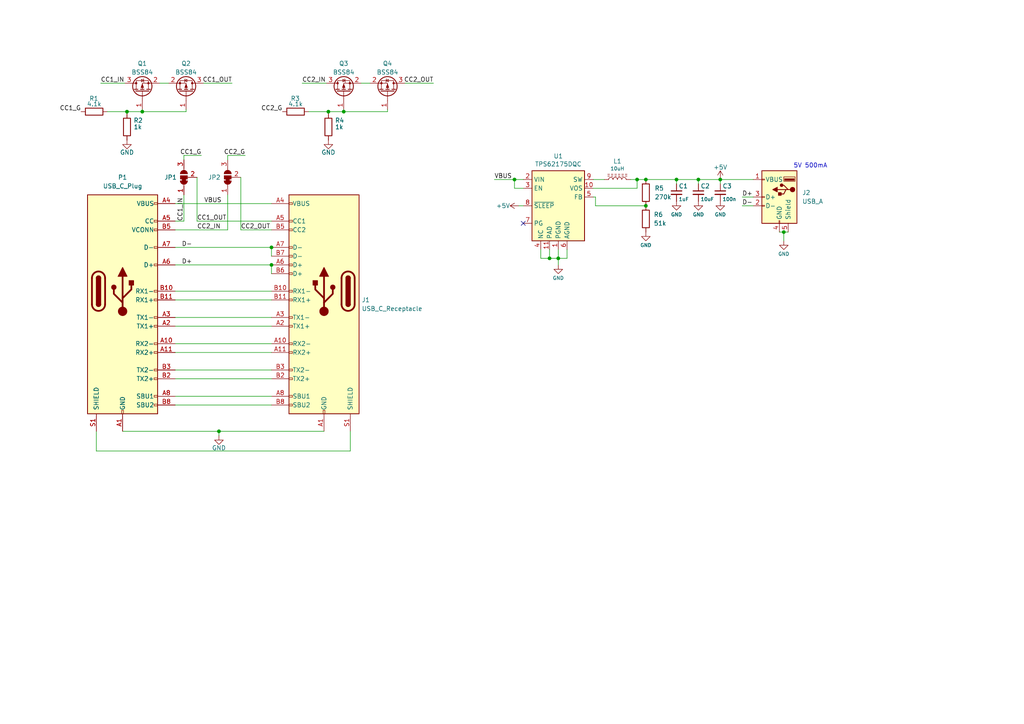
<source format=kicad_sch>
(kicad_sch (version 20211123) (generator eeschema)
  (paper "A4")
  (lib_symbols
    (symbol "-Chip:TPS62175DQC"
      (property "Reference" "U" (at -7.62 11.43 0))
      (property "Value" "TPS62175DQC" (at -1.27 11.43 0))
      (symbol "TPS62175DQC_0_1"
        (rectangle (start -7.62 10.16) (end 7.62 -10.16) (stroke (width 0.254)) (fill (type background)))
      )
      (symbol "TPS62175DQC_1_1"
        (pin power_in line (at 0 -12.7 90) (length 2.54) (name "PGND") (number "1"))
        (pin input line (at 10.16 5.08 180) (length 2.54) (name "VOS") (number "10"))
        (pin power_in line (at -2.54 -12.7 90) (length 2.54) (name "PAD") (number "11"))
        (pin power_in line (at -10.16 7.62 0) (length 2.54) (name "VIN") (number "2"))
        (pin input line (at -10.16 5.08 0) (length 2.54) (name "EN") (number "3"))
        (pin passive line (at -5.08 -12.7 90) (length 2.54) (name "NC") (number "4"))
        (pin input line (at 10.16 2.54 180) (length 2.54) (name "FB") (number "5"))
        (pin power_in line (at 2.54 -12.7 90) (length 2.54) (name "AGND") (number "6"))
        (pin output line (at -10.16 -5.08 0) (length 2.54) (name "PG") (number "7"))
        (pin input line (at -10.16 0 0) (length 2.54) (name "~{SLEEP}") (number "8"))
        (pin power_out line (at 10.16 7.62 180) (length 2.54) (name "SW") (number "9"))
      )
    )
    (symbol "-Flag:+5V" (power) (pin_names (offset 0))
      (property "Value" "+5V" (at 0 3.556 0))
      (symbol "+5V_0_1"
        (polyline (pts (xy -0.762 1.27) (xy 0 2.54)))
        (polyline (pts (xy 0 0) (xy 0 2.54)))
        (polyline (pts (xy 0 2.54) (xy 0.762 1.27)))
      )
      (symbol "+5V_1_1"
        (pin power_in line (at 0 0 90) (length 0) hide (name "+5V") (number "1"))
      )
    )
    (symbol "-Flag:GND" (power) (pin_names (offset 0))
      (property "Value" "GND" (at 0 -3.81 0))
      (symbol "GND_0_1"
        (polyline (pts (xy 0 0) (xy 0 -1.27) (xy 1.27 -1.27) (xy 0 -2.54) (xy -1.27 -1.27) (xy 0 -1.27)))
      )
      (symbol "GND_1_1"
        (pin power_in line (at 0 0 270) (length 0) hide (name "GND") (number "1"))
      )
    )
    (symbol "-Passive:C" (pin_numbers hide) (pin_names (offset 0.254) hide)
      (property "Reference" "C" (at 0.254 1.778 0))
      (property "Value" "C" (at 0.254 -2.032 0))
      (symbol "C_0_1"
        (polyline (pts (xy -1.524 -0.508) (xy 1.524 -0.508)) (stroke (width 0.3302)))
        (polyline (pts (xy -1.524 0.508) (xy 1.524 0.508)) (stroke (width 0.3048)))
      )
      (symbol "C_1_1"
        (pin passive line (at 0 2.54 270) (length 2.032) (name "~") (number "1"))
        (pin passive line (at 0 -2.54 90) (length 2.032) (name "~") (number "2"))
      )
    )
    (symbol "-Passive:L_cored" (pin_numbers hide) (pin_names (offset 1.016) hide)
      (property "Reference" "L" (at 0 -1.27 0))
      (property "Value" "L_cored" (at 0 2.54 0))
      (symbol "L_cored_0_1"
        (arc (start -1.27 0) (mid -1.905 0.635) (end -2.54 0))
        (arc (start 0 0) (mid -0.635 0.635) (end -1.27 0))
        (polyline (pts (xy -2.794 1.524) (xy -2.286 1.524)))
        (polyline (pts (xy -2.286 1.016) (xy -2.794 1.016)))
        (polyline (pts (xy -1.778 1.524) (xy -1.27 1.524)))
        (polyline (pts (xy -1.27 1.016) (xy -1.778 1.016)))
        (polyline (pts (xy -0.762 1.524) (xy -0.254 1.524)))
        (polyline (pts (xy -0.254 1.016) (xy -0.762 1.016)))
        (polyline (pts (xy 0.254 1.524) (xy 0.762 1.524)))
        (polyline (pts (xy 0.762 1.016) (xy 0.254 1.016)))
        (polyline (pts (xy 1.27 1.524) (xy 1.778 1.524)))
        (polyline (pts (xy 1.778 1.016) (xy 1.27 1.016)))
        (polyline (pts (xy 2.286 1.524) (xy 2.794 1.524)))
        (polyline (pts (xy 2.794 1.016) (xy 2.286 1.016)))
        (arc (start 1.27 0) (mid 0.635 0.635) (end 0 0))
        (arc (start 2.54 0) (mid 1.905 0.635) (end 1.27 0))
      )
      (symbol "L_cored_1_1"
        (pin passive line (at -3.81 0 0) (length 1.27) (name "1") (number "1"))
        (pin passive line (at 3.81 0 180) (length 1.27) (name "2") (number "2"))
      )
    )
    (symbol "Connector:USB_A" (pin_names (offset 1.016))
      (property "Reference" "J" (at -5.08 11.43 0))
      (property "Value" "USB_A" (at -5.08 8.89 0))
      (symbol "USB_A_0_1"
        (rectangle (start -5.08 -7.62) (end 5.08 7.62) (stroke (width 0.254)) (fill (type background)))
        (circle (center -3.81 2.159) (radius 0.635) (stroke (width 0.254)) (fill (type outline)))
        (rectangle (start -1.524 4.826) (end -4.318 5.334) (fill (type outline)))
        (rectangle (start -1.27 4.572) (end -4.572 5.842))
        (circle (center -0.635 3.429) (radius 0.381) (stroke (width 0.254)) (fill (type outline)))
        (rectangle (start -0.127 -7.62) (end 0.127 -6.858))
        (polyline (pts (xy -3.175 2.159) (xy -2.54 2.159) (xy -1.27 3.429) (xy -0.635 3.429)) (stroke (width 0.254)))
        (polyline (pts (xy -2.54 2.159) (xy -1.905 2.159) (xy -1.27 0.889) (xy 0 0.889)) (stroke (width 0.254)))
        (polyline (pts (xy 0.635 2.794) (xy 0.635 1.524) (xy 1.905 2.159) (xy 0.635 2.794)) (stroke (width 0.254)) (fill (type outline)))
        (rectangle (start 0.254 1.27) (end -0.508 0.508) (stroke (width 0.254)) (fill (type outline)))
        (rectangle (start 5.08 -2.667) (end 4.318 -2.413))
        (rectangle (start 5.08 -0.127) (end 4.318 0.127))
        (rectangle (start 5.08 4.953) (end 4.318 5.207))
      )
      (symbol "USB_A_1_1"
        (polyline (pts (xy -1.905 2.159) (xy 0.635 2.159)) (stroke (width 0.254)))
        (pin power_in line (at 7.62 5.08 180) (length 2.54) (name "VBUS") (number "1"))
        (pin bidirectional line (at 7.62 -2.54 180) (length 2.54) (name "D-") (number "2"))
        (pin bidirectional line (at 7.62 0 180) (length 2.54) (name "D+") (number "3"))
        (pin power_in line (at 0 -10.16 90) (length 2.54) (name "GND") (number "4"))
        (pin passive line (at -2.54 -10.16 90) (length 2.54) (name "Shield") (number "5"))
      )
    )
    (symbol "Connector:USB_C_Plug" (pin_names (offset 1.016))
      (property "Reference" "P" (at -10.16 29.21 0))
      (property "Value" "USB_C_Plug" (at 10.16 29.21 0))
      (symbol "USB_C_Plug_0_0"
        (rectangle (start -0.254 -35.56) (end 0.254 -34.544))
        (rectangle (start 10.16 -32.766) (end 9.144 -33.274))
        (rectangle (start 10.16 -30.226) (end 9.144 -30.734))
        (rectangle (start 10.16 -25.146) (end 9.144 -25.654))
        (rectangle (start 10.16 -22.606) (end 9.144 -23.114))
        (rectangle (start 10.16 -17.526) (end 9.144 -18.034))
        (rectangle (start 10.16 -14.986) (end 9.144 -15.494))
        (rectangle (start 10.16 -9.906) (end 9.144 -10.414))
        (rectangle (start 10.16 -7.366) (end 9.144 -7.874))
        (rectangle (start 10.16 -2.286) (end 9.144 -2.794))
        (rectangle (start 10.16 0.254) (end 9.144 -0.254))
        (rectangle (start 10.16 7.874) (end 9.144 7.366))
        (rectangle (start 10.16 12.954) (end 9.144 12.446))
        (rectangle (start 10.16 18.034) (end 9.144 17.526))
        (rectangle (start 10.16 20.574) (end 9.144 20.066))
        (rectangle (start 10.16 25.654) (end 9.144 25.146))
      )
      (symbol "USB_C_Plug_0_1"
        (rectangle (start -10.16 27.94) (end 10.16 -35.56) (stroke (width 0.254)) (fill (type background)))
        (arc (start -8.89 -3.81) (mid -6.985 -5.715) (end -5.08 -3.81) (stroke (width 0.508)))
        (arc (start -7.62 -3.81) (mid -6.985 -4.445) (end -6.35 -3.81) (stroke (width 0.254)))
        (arc (start -7.62 -3.81) (mid -6.985 -4.445) (end -6.35 -3.81) (stroke (width 0.254)) (fill (type outline)))
        (rectangle (start -7.62 -3.81) (end -6.35 3.81) (stroke (width 0.254)) (fill (type outline)))
        (arc (start -6.35 3.81) (mid -6.985 4.445) (end -7.62 3.81) (stroke (width 0.254)))
        (arc (start -6.35 3.81) (mid -6.985 4.445) (end -7.62 3.81) (stroke (width 0.254)) (fill (type outline)))
        (arc (start -5.08 3.81) (mid -6.985 5.715) (end -8.89 3.81) (stroke (width 0.508)))
        (polyline (pts (xy -8.89 -3.81) (xy -8.89 3.81)) (stroke (width 0.508)))
        (polyline (pts (xy -5.08 3.81) (xy -5.08 -3.81)) (stroke (width 0.508)))
      )
      (symbol "USB_C_Plug_1_1"
        (circle (center -2.54 1.143) (radius 0.635) (stroke (width 0.254)) (fill (type outline)))
        (circle (center 0 -5.842) (radius 1.27) (fill (type outline)))
        (polyline (pts (xy 0 -5.842) (xy 0 4.318)) (stroke (width 0.508)))
        (polyline (pts (xy 0 -3.302) (xy -2.54 -0.762) (xy -2.54 0.508)) (stroke (width 0.508)))
        (polyline (pts (xy 0 -2.032) (xy 2.54 0.508) (xy 2.54 1.778)) (stroke (width 0.508)))
        (polyline (pts (xy -1.27 4.318) (xy 0 6.858) (xy 1.27 4.318) (xy -1.27 4.318)) (stroke (width 0.254)) (fill (type outline)))
        (rectangle (start 1.905 1.778) (end 3.175 3.048) (stroke (width 0.254)) (fill (type outline)))
        (pin passive line (at 0 -40.64 90) (length 5.08) (name "GND") (number "A1"))
        (pin bidirectional line (at 15.24 -15.24 180) (length 5.08) (name "RX2-") (number "A10"))
        (pin bidirectional line (at 15.24 -17.78 180) (length 5.08) (name "RX2+") (number "A11"))
        (pin passive line (at 0 -40.64 90) (length 5.08) hide (name "GND") (number "A12"))
        (pin bidirectional line (at 15.24 -10.16 180) (length 5.08) (name "TX1+") (number "A2"))
        (pin bidirectional line (at 15.24 -7.62 180) (length 5.08) (name "TX1-") (number "A3"))
        (pin passive line (at 15.24 25.4 180) (length 5.08) (name "VBUS") (number "A4"))
        (pin bidirectional line (at 15.24 20.32 180) (length 5.08) (name "CC") (number "A5"))
        (pin bidirectional line (at 15.24 7.62 180) (length 5.08) (name "D+") (number "A6"))
        (pin bidirectional line (at 15.24 12.7 180) (length 5.08) (name "D-") (number "A7"))
        (pin bidirectional line (at 15.24 -30.48 180) (length 5.08) (name "SBU1") (number "A8"))
        (pin passive line (at 15.24 25.4 180) (length 5.08) hide (name "VBUS") (number "A9"))
        (pin passive line (at 0 -40.64 90) (length 5.08) hide (name "GND") (number "B1"))
        (pin bidirectional line (at 15.24 0 180) (length 5.08) (name "RX1-") (number "B10"))
        (pin bidirectional line (at 15.24 -2.54 180) (length 5.08) (name "RX1+") (number "B11"))
        (pin passive line (at 0 -40.64 90) (length 5.08) hide (name "GND") (number "B12"))
        (pin bidirectional line (at 15.24 -25.4 180) (length 5.08) (name "TX2+") (number "B2"))
        (pin bidirectional line (at 15.24 -22.86 180) (length 5.08) (name "TX2-") (number "B3"))
        (pin passive line (at 15.24 25.4 180) (length 5.08) hide (name "VBUS") (number "B4"))
        (pin bidirectional line (at 15.24 17.78 180) (length 5.08) (name "VCONN") (number "B5"))
        (pin bidirectional line (at 15.24 -33.02 180) (length 5.08) (name "SBU2") (number "B8"))
        (pin passive line (at 15.24 25.4 180) (length 5.08) hide (name "VBUS") (number "B9"))
        (pin passive line (at -7.62 -40.64 90) (length 5.08) (name "SHIELD") (number "S1"))
      )
    )
    (symbol "Connector:USB_C_Receptacle" (pin_names (offset 1.016))
      (property "Reference" "J" (at -10.16 29.21 0))
      (property "Value" "USB_C_Receptacle" (at 10.16 29.21 0))
      (symbol "USB_C_Receptacle_0_0"
        (rectangle (start -0.254 -35.56) (end 0.254 -34.544))
        (rectangle (start 10.16 -32.766) (end 9.144 -33.274))
        (rectangle (start 10.16 -30.226) (end 9.144 -30.734))
        (rectangle (start 10.16 -25.146) (end 9.144 -25.654))
        (rectangle (start 10.16 -22.606) (end 9.144 -23.114))
        (rectangle (start 10.16 -17.526) (end 9.144 -18.034))
        (rectangle (start 10.16 -14.986) (end 9.144 -15.494))
        (rectangle (start 10.16 -9.906) (end 9.144 -10.414))
        (rectangle (start 10.16 -7.366) (end 9.144 -7.874))
        (rectangle (start 10.16 -2.286) (end 9.144 -2.794))
        (rectangle (start 10.16 0.254) (end 9.144 -0.254))
        (rectangle (start 10.16 5.334) (end 9.144 4.826))
        (rectangle (start 10.16 7.874) (end 9.144 7.366))
        (rectangle (start 10.16 10.414) (end 9.144 9.906))
        (rectangle (start 10.16 12.954) (end 9.144 12.446))
        (rectangle (start 10.16 18.034) (end 9.144 17.526))
        (rectangle (start 10.16 20.574) (end 9.144 20.066))
        (rectangle (start 10.16 25.654) (end 9.144 25.146))
      )
      (symbol "USB_C_Receptacle_0_1"
        (rectangle (start -10.16 27.94) (end 10.16 -35.56) (stroke (width 0.254)) (fill (type background)))
        (arc (start -8.89 -3.81) (mid -6.985 -5.715) (end -5.08 -3.81) (stroke (width 0.508)))
        (arc (start -7.62 -3.81) (mid -6.985 -4.445) (end -6.35 -3.81) (stroke (width 0.254)))
        (arc (start -7.62 -3.81) (mid -6.985 -4.445) (end -6.35 -3.81) (stroke (width 0.254)) (fill (type outline)))
        (rectangle (start -7.62 -3.81) (end -6.35 3.81) (stroke (width 0.254)) (fill (type outline)))
        (arc (start -6.35 3.81) (mid -6.985 4.445) (end -7.62 3.81) (stroke (width 0.254)))
        (arc (start -6.35 3.81) (mid -6.985 4.445) (end -7.62 3.81) (stroke (width 0.254)) (fill (type outline)))
        (arc (start -5.08 3.81) (mid -6.985 5.715) (end -8.89 3.81) (stroke (width 0.508)))
        (polyline (pts (xy -8.89 -3.81) (xy -8.89 3.81)) (stroke (width 0.508)))
        (polyline (pts (xy -5.08 3.81) (xy -5.08 -3.81)) (stroke (width 0.508)))
      )
      (symbol "USB_C_Receptacle_1_1"
        (circle (center -2.54 1.143) (radius 0.635) (stroke (width 0.254)) (fill (type outline)))
        (circle (center 0 -5.842) (radius 1.27) (fill (type outline)))
        (polyline (pts (xy 0 -5.842) (xy 0 4.318)) (stroke (width 0.508)))
        (polyline (pts (xy 0 -3.302) (xy -2.54 -0.762) (xy -2.54 0.508)) (stroke (width 0.508)))
        (polyline (pts (xy 0 -2.032) (xy 2.54 0.508) (xy 2.54 1.778)) (stroke (width 0.508)))
        (polyline (pts (xy -1.27 4.318) (xy 0 6.858) (xy 1.27 4.318) (xy -1.27 4.318)) (stroke (width 0.254)) (fill (type outline)))
        (rectangle (start 1.905 1.778) (end 3.175 3.048) (stroke (width 0.254)) (fill (type outline)))
        (pin passive line (at 0 -40.64 90) (length 5.08) (name "GND") (number "A1"))
        (pin bidirectional line (at 15.24 -15.24 180) (length 5.08) (name "RX2-") (number "A10"))
        (pin bidirectional line (at 15.24 -17.78 180) (length 5.08) (name "RX2+") (number "A11"))
        (pin passive line (at 0 -40.64 90) (length 5.08) hide (name "GND") (number "A12"))
        (pin bidirectional line (at 15.24 -10.16 180) (length 5.08) (name "TX1+") (number "A2"))
        (pin bidirectional line (at 15.24 -7.62 180) (length 5.08) (name "TX1-") (number "A3"))
        (pin passive line (at 15.24 25.4 180) (length 5.08) (name "VBUS") (number "A4"))
        (pin bidirectional line (at 15.24 20.32 180) (length 5.08) (name "CC1") (number "A5"))
        (pin bidirectional line (at 15.24 7.62 180) (length 5.08) (name "D+") (number "A6"))
        (pin bidirectional line (at 15.24 12.7 180) (length 5.08) (name "D-") (number "A7"))
        (pin bidirectional line (at 15.24 -30.48 180) (length 5.08) (name "SBU1") (number "A8"))
        (pin passive line (at 15.24 25.4 180) (length 5.08) hide (name "VBUS") (number "A9"))
        (pin passive line (at 0 -40.64 90) (length 5.08) hide (name "GND") (number "B1"))
        (pin bidirectional line (at 15.24 0 180) (length 5.08) (name "RX1-") (number "B10"))
        (pin bidirectional line (at 15.24 -2.54 180) (length 5.08) (name "RX1+") (number "B11"))
        (pin passive line (at 0 -40.64 90) (length 5.08) hide (name "GND") (number "B12"))
        (pin bidirectional line (at 15.24 -25.4 180) (length 5.08) (name "TX2+") (number "B2"))
        (pin bidirectional line (at 15.24 -22.86 180) (length 5.08) (name "TX2-") (number "B3"))
        (pin passive line (at 15.24 25.4 180) (length 5.08) hide (name "VBUS") (number "B4"))
        (pin bidirectional line (at 15.24 17.78 180) (length 5.08) (name "CC2") (number "B5"))
        (pin bidirectional line (at 15.24 5.08 180) (length 5.08) (name "D+") (number "B6"))
        (pin bidirectional line (at 15.24 10.16 180) (length 5.08) (name "D-") (number "B7"))
        (pin bidirectional line (at 15.24 -33.02 180) (length 5.08) (name "SBU2") (number "B8"))
        (pin passive line (at 15.24 25.4 180) (length 5.08) hide (name "VBUS") (number "B9"))
        (pin passive line (at -7.62 -40.64 90) (length 5.08) (name "SHIELD") (number "S1"))
      )
    )
    (symbol "Device:R" (pin_numbers hide) (pin_names (offset 0))
      (property "Reference" "R" (at 2.032 0 90))
      (property "Value" "R" (at 0 0 90))
      (symbol "R_0_1"
        (rectangle (start -1.016 -2.54) (end 1.016 2.54) (stroke (width 0.254)))
      )
      (symbol "R_1_1"
        (pin passive line (at 0 3.81 270) (length 1.27) (name "~") (number "1"))
        (pin passive line (at 0 -3.81 90) (length 1.27) (name "~") (number "2"))
      )
    )
    (symbol "Jumper:SolderJumper_3_Bridged12" (pin_names (offset 0) hide)
      (property "Reference" "JP" (at -2.54 -2.54 0))
      (property "Value" "SolderJumper_3_Bridged12" (at 0 2.794 0))
      (symbol "SolderJumper_3_Bridged12_0_1"
        (rectangle (start -1.016 0.508) (end -0.508 -0.508) (fill (type outline)))
        (arc (start -1.016 1.016) (mid -2.032 0) (end -1.016 -1.016))
        (arc (start -1.016 1.016) (mid -2.032 0) (end -1.016 -1.016) (fill (type outline)))
        (rectangle (start -0.508 1.016) (end 0.508 -1.016) (fill (type outline)))
        (polyline (pts (xy -2.54 0) (xy -2.032 0)))
        (polyline (pts (xy -1.016 1.016) (xy -1.016 -1.016)))
        (polyline (pts (xy 0 -1.27) (xy 0 -1.016)))
        (polyline (pts (xy 1.016 1.016) (xy 1.016 -1.016)))
        (polyline (pts (xy 2.54 0) (xy 2.032 0)))
        (arc (start 1.016 -1.016) (mid 2.032 0) (end 1.016 1.016))
        (arc (start 1.016 -1.016) (mid 2.032 0) (end 1.016 1.016) (fill (type outline)))
      )
      (symbol "SolderJumper_3_Bridged12_1_1"
        (pin passive line (at -5.08 0 0) (length 2.54) (name "A") (number "1"))
        (pin passive line (at 0 -3.81 90) (length 2.54) (name "C") (number "2"))
        (pin passive line (at 5.08 0 180) (length 2.54) (name "B") (number "3"))
      )
    )
    (symbol "Transistor_FET:BSS84" (pin_names hide)
      (property "Reference" "Q" (at 5.08 1.905 0))
      (property "Value" "BSS84" (at 5.08 0 0))
      (symbol "BSS84_0_1"
        (polyline (pts (xy 0.254 0) (xy -2.54 0)))
        (polyline (pts (xy 0.254 1.905) (xy 0.254 -1.905)) (stroke (width 0.254)))
        (polyline (pts (xy 0.762 -1.27) (xy 0.762 -2.286)) (stroke (width 0.254)))
        (polyline (pts (xy 0.762 0.508) (xy 0.762 -0.508)) (stroke (width 0.254)))
        (polyline (pts (xy 0.762 2.286) (xy 0.762 1.27)) (stroke (width 0.254)))
        (polyline (pts (xy 2.54 2.54) (xy 2.54 1.778)))
        (polyline (pts (xy 2.54 -2.54) (xy 2.54 0) (xy 0.762 0)))
        (polyline (pts (xy 0.762 1.778) (xy 3.302 1.778) (xy 3.302 -1.778) (xy 0.762 -1.778)))
        (polyline (pts (xy 2.286 0) (xy 1.27 0.381) (xy 1.27 -0.381) (xy 2.286 0)) (fill (type outline)))
        (polyline (pts (xy 2.794 -0.508) (xy 2.921 -0.381) (xy 3.683 -0.381) (xy 3.81 -0.254)))
        (polyline (pts (xy 3.302 -0.381) (xy 2.921 0.254) (xy 3.683 0.254) (xy 3.302 -0.381)))
        (circle (center 1.651 0) (radius 2.794) (stroke (width 0.254)))
        (circle (center 2.54 -1.778) (radius 0.254) (fill (type outline)))
        (circle (center 2.54 1.778) (radius 0.254) (fill (type outline)))
      )
      (symbol "BSS84_1_1"
        (pin input line (at -5.08 0 0) (length 2.54) (name "G") (number "1"))
        (pin passive line (at 2.54 -5.08 90) (length 2.54) (name "S") (number "2"))
        (pin passive line (at 2.54 5.08 270) (length 2.54) (name "D") (number "3"))
      )
    )
    (symbol "power:GND" (power) (pin_names (offset 0))
      (property "Value" "GND" (at 0 -3.81 0))
      (symbol "GND_0_1"
        (polyline (pts (xy 0 0) (xy 0 -1.27) (xy 1.27 -1.27) (xy 0 -2.54) (xy -1.27 -1.27) (xy 0 -1.27)))
      )
      (symbol "GND_1_1"
        (pin power_in line (at 0 0 270) (length 0) hide (name "GND") (number "1"))
      )
    )
  )
  (junction (at 41.275 32.385))
  (junction (at 78.74 76.835))
  (junction (at 36.83 32.385))
  (junction (at 227.33 67.31))
  (junction (at 187.325 59.69))
  (junction (at 196.215 52.07))
  (junction (at 208.915 52.07))
  (junction (at 202.565 52.07))
  (junction (at 159.385 74.93))
  (junction (at 99.695 32.385))
  (junction (at 187.325 52.07))
  (junction (at 149.225 52.07))
  (junction (at 161.925 74.93))
  (junction (at 78.74 71.755))
  (junction (at 63.5 125.095))
  (junction (at 95.25 32.385))
  (junction (at 184.785 52.07))
  (no_connect (at 151.765 64.77))
  (wire (pts (xy 63.5 125.095) (xy 93.98 125.095)))
  (wire (pts (xy 99.695 32.385) (xy 99.695 31.75)))
  (wire (pts (xy 78.74 76.835) (xy 78.74 79.375)))
  (wire (pts (xy 226.06 67.31) (xy 227.33 67.31)))
  (wire (pts (xy 36.83 32.385) (xy 41.275 32.385)))
  (wire (pts (xy 36.83 33.02) (xy 36.83 32.385)))
  (wire (pts (xy 50.8 64.135) (xy 53.34 64.135)))
  (wire (pts (xy 149.225 54.61) (xy 149.225 52.07)))
  (wire (pts (xy 164.465 72.39) (xy 164.465 74.93)))
  (wire (pts (xy 187.325 52.07) (xy 196.215 52.07)))
  (wire (pts (xy 95.25 32.385) (xy 89.535 32.385)))
  (wire (pts (xy 50.8 107.315) (xy 78.74 107.315)))
  (wire (pts (xy 29.21 24.13) (xy 36.195 24.13)))
  (wire (pts (xy 50.8 84.455) (xy 78.74 84.455)))
  (wire (pts (xy 104.775 24.13) (xy 107.315 24.13)))
  (wire (pts (xy 50.8 92.075) (xy 78.74 92.075)))
  (wire (pts (xy 161.925 74.93) (xy 159.385 74.93)))
  (wire (pts (xy 87.63 24.13) (xy 94.615 24.13)))
  (wire (pts (xy 196.215 53.34) (xy 196.215 52.07)))
  (wire (pts (xy 53.34 45.085) (xy 58.42 45.085)))
  (wire (pts (xy 172.085 57.15) (xy 172.72 57.15)))
  (wire (pts (xy 50.8 94.615) (xy 78.74 94.615)))
  (wire (pts (xy 50.8 109.855) (xy 78.74 109.855)))
  (wire (pts (xy 50.8 102.235) (xy 78.74 102.235)))
  (wire (pts (xy 202.565 52.07) (xy 208.915 52.07)))
  (wire (pts (xy 50.8 114.935) (xy 78.74 114.935)))
  (wire (pts (xy 184.785 52.07) (xy 187.325 52.07)))
  (wire (pts (xy 156.845 74.93) (xy 159.385 74.93)))
  (wire (pts (xy 164.465 74.93) (xy 161.925 74.93)))
  (wire (pts (xy 46.355 24.13) (xy 48.895 24.13)))
  (wire (pts (xy 59.055 24.13) (xy 67.31 24.13)))
  (wire (pts (xy 78.74 66.675) (xy 69.85 66.675)))
  (wire (pts (xy 151.765 52.07) (xy 149.225 52.07)))
  (wire (pts (xy 172.72 59.69) (xy 187.325 59.69)))
  (wire (pts (xy 208.915 52.07) (xy 218.44 52.07)))
  (wire (pts (xy 27.94 130.81) (xy 101.6 130.81)))
  (wire (pts (xy 117.475 24.13) (xy 125.73 24.13)))
  (wire (pts (xy 50.8 66.675) (xy 66.04 66.675)))
  (wire (pts (xy 143.383 52.07) (xy 149.225 52.07)))
  (wire (pts (xy 41.275 32.385) (xy 53.975 32.385)))
  (wire (pts (xy 227.33 69.85) (xy 227.33 67.31)))
  (wire (pts (xy 50.8 86.995) (xy 78.74 86.995)))
  (wire (pts (xy 95.25 33.02) (xy 95.25 32.385)))
  (wire (pts (xy 215.265 57.15) (xy 218.44 57.15)))
  (wire (pts (xy 101.6 125.095) (xy 101.6 130.81)))
  (wire (pts (xy 184.785 54.61) (xy 184.785 52.07)))
  (wire (pts (xy 66.04 45.085) (xy 71.12 45.085)))
  (wire (pts (xy 172.085 52.07) (xy 175.26 52.07)))
  (wire (pts (xy 50.8 117.475) (xy 78.74 117.475)))
  (wire (pts (xy 53.975 32.385) (xy 53.975 31.75)))
  (wire (pts (xy 27.94 125.095) (xy 27.94 130.81)))
  (wire (pts (xy 172.085 54.61) (xy 184.785 54.61)))
  (wire (pts (xy 50.8 71.755) (xy 78.74 71.755)))
  (wire (pts (xy 159.385 72.39) (xy 159.385 74.93)))
  (wire (pts (xy 99.695 32.385) (xy 112.395 32.385)))
  (wire (pts (xy 112.395 32.385) (xy 112.395 31.75)))
  (wire (pts (xy 57.15 64.135) (xy 78.74 64.135)))
  (wire (pts (xy 172.72 59.69) (xy 172.72 57.15)))
  (wire (pts (xy 196.215 52.07) (xy 202.565 52.07)))
  (wire (pts (xy 78.74 71.755) (xy 78.74 74.295)))
  (wire (pts (xy 69.85 66.675) (xy 69.85 51.435)))
  (wire (pts (xy 151.765 59.69) (xy 150.495 59.69)))
  (wire (pts (xy 208.915 52.07) (xy 208.915 53.34)))
  (wire (pts (xy 227.33 67.31) (xy 228.6 67.31)))
  (wire (pts (xy 63.5 125.095) (xy 63.5 126.365)))
  (wire (pts (xy 41.275 32.385) (xy 41.275 31.75)))
  (wire (pts (xy 35.56 125.095) (xy 63.5 125.095)))
  (wire (pts (xy 215.265 59.69) (xy 218.44 59.69)))
  (wire (pts (xy 202.565 53.34) (xy 202.565 52.07)))
  (wire (pts (xy 50.8 99.695) (xy 78.74 99.695)))
  (wire (pts (xy 95.25 32.385) (xy 99.695 32.385)))
  (wire (pts (xy 66.04 66.675) (xy 66.04 56.515)))
  (wire (pts (xy 36.83 32.385) (xy 31.115 32.385)))
  (wire (pts (xy 161.925 74.93) (xy 161.925 76.835)))
  (wire (pts (xy 151.765 54.61) (xy 149.225 54.61)))
  (wire (pts (xy 66.04 46.355) (xy 66.04 45.085)))
  (wire (pts (xy 50.8 59.055) (xy 78.74 59.055)))
  (wire (pts (xy 53.34 46.355) (xy 53.34 45.085)))
  (wire (pts (xy 50.8 76.835) (xy 78.74 76.835)))
  (wire (pts (xy 156.845 72.39) (xy 156.845 74.93)))
  (wire (pts (xy 53.34 64.135) (xy 53.34 56.515)))
  (wire (pts (xy 182.88 52.07) (xy 184.785 52.07)))
  (wire (pts (xy 57.15 51.435) (xy 57.15 64.135)))
  (wire (pts (xy 161.925 72.39) (xy 161.925 74.93)))
  (text "5V 500mA\n" (at 230.124 48.895 0) (effects (font (size 1.27 1.27)) (justify left bottom)))
  (label "CC2_OUT" (at 125.73 24.13 180))
  (label "D-" (at 52.705 71.755 0))
  (label "CC1_G" (at 23.495 32.385 180))
  (label "CC2_G" (at 81.915 32.385 180))
  (label "CC2_IN" (at 87.63 24.13 0))
  (label "CC1_IN" (at 53.34 64.135 90))
  (label "CC1_IN" (at 29.21 24.13 0))
  (label "VBUS" (at 143.383 52.07 0))
  (label "CC2_IN" (at 57.15 66.675 0))
  (label "CC1_OUT" (at 67.31 24.13 180))
  (label "D+" (at 215.265 57.15 0))
  (label "CC1_G" (at 58.42 45.085 180))
  (label "VBUS" (at 59.182 59.055 0))
  (label "D-" (at 215.265 59.69 0))
  (label "CC2_OUT" (at 69.85 66.675 0))
  (label "D+" (at 52.705 76.835 0))
  (label "CC2_G" (at 71.12 45.085 180))
  (label "CC1_OUT" (at 57.15 64.135 0))
  (symbol (lib_id "Jumper:SolderJumper_3_Bridged12") (at 66.04 51.435 90) (unit 1)
    (property "Reference" "JP2" (at 64.008 51.4349 90) (effects (justify left)))
    (property "Value" "SolderJumper_3_Bridged12" (effects hide))
    (property "Footprint" "Jumper:SolderJumper-3_P1.3mm_Bridged12_RoundedPad1.0x1.5mm_NumberLabels" (effects hide))
  )
  (symbol (lib_id "-Flag:GND") (at 196.215 58.42 0) (unit 1)
    (property "Reference" "#PWR07" (effects hide))
    (property "Value" "GND" (at 196.215 62.23 0) (effects (font (size 1.016 1.016))))
  )
  (symbol (lib_id "power:GND") (at 95.25 40.64 0) (unit 1)
    (property "Reference" "#PWR03" (effects hide))
    (property "Value" "GND" (at 95.25 44.196 0))
  )
  (symbol (lib_id "power:GND") (at 63.5 126.365 0) (unit 1)
    (property "Reference" "#PWR02" (effects hide))
    (property "Value" "GND" (at 63.5 129.921 0))
  )
  (symbol (lib_id "-Flag:GND") (at 202.565 58.42 0) (unit 1)
    (property "Reference" "#PWR08" (effects hide))
    (property "Value" "GND" (at 202.565 62.23 0) (effects (font (size 1.016 1.016))))
  )
  (symbol (lib_id "-Chip:TPS62175DQC") (at 161.925 59.69 0) (unit 1)
    (property "Reference" "U1" (at 161.925 45.2882 0))
    (property "Value" "TPS62175DQC" (at 161.925 47.5996 0))
    (property "Footprint" "-Chip:WSON-10-1EP_2x3mm_P0.5mm_EP0.84x2.4mm" (effects hide))
    (property "Datasheet" "http://www.ti.com/lit/ds/symlink/tps62177.pdf" (effects hide))
  )
  (symbol (lib_id "Connector:USB_C_Receptacle") (at 93.98 84.455 0) (mirror y) (unit 1)
    (property "Reference" "J1" (at 104.902 86.9949 0) (effects (justify right)))
    (property "Value" "USB_C_Receptacle" (at 104.902 89.5349 0) (effects (justify right)))
    (property "Footprint" "Connector_USB:USB_C_Receptacle_Amphenol_12401548E4-2A" (effects hide))
    (property "Datasheet" "https://www.usb.org/sites/default/files/documents/usb_type-c.zip" (effects hide))
  )
  (symbol (lib_id "-Passive:C") (at 208.915 55.88 0) (unit 1)
    (property "Reference" "C3" (at 209.55 53.975 0) (effects (justify left)))
    (property "Value" "100n" (at 209.55 57.785 0) (effects (font (size 1.016 1.016)) (justify left)))
    (property "Footprint" "-Passive:C_0805" (effects hide))
  )
  (symbol (lib_id "-Flag:GND") (at 227.33 69.85 0) (unit 1)
    (property "Reference" "#PWR011" (effects hide))
    (property "Value" "GND" (at 227.33 73.66 0) (effects (font (size 1.016 1.016))))
  )
  (symbol (lib_id "Connector:USB_A") (at 226.06 57.15 0) (mirror y) (unit 1)
    (property "Reference" "J2" (at 232.664 55.8799 0) (effects (justify right)))
    (property "Value" "USB_A" (at 232.664 58.4199 0) (effects (justify right)))
    (property "Footprint" "USB-A:SAMTEC_USB-A-S-X-X-SM2" (effects hide))
    (property "Datasheet" " ~" (effects hide))
  )
  (symbol (lib_id "Device:R") (at 27.305 32.385 90) (unit 1)
    (property "Reference" "R1" (at 28.575 28.575 90) (effects (justify left)))
    (property "Value" "4.1k" (at 29.465 30.1775 90) (effects (justify left)))
    (property "Footprint" "Resistor_SMD:R_0603_1608Metric_Pad0.98x0.95mm_HandSolder" (effects hide))
  )
  (symbol (lib_id "Device:R") (at 85.725 32.385 90) (unit 1)
    (property "Reference" "R3" (at 86.995 28.575 90) (effects (justify left)))
    (property "Value" "4.1k" (at 87.885 30.1775 90) (effects (justify left)))
    (property "Footprint" "Resistor_SMD:R_0603_1608Metric_Pad0.98x0.95mm_HandSolder" (effects hide))
  )
  (symbol (lib_id "-Flag:+5V") (at 208.915 52.07 0) (unit 1)
    (property "Reference" "#PWR09" (effects hide))
    (property "Value" "+5V" (at 206.883 48.514 0) (effects (justify left)))
  )
  (symbol (lib_id "-Passive:C") (at 196.215 55.88 0) (unit 1)
    (property "Reference" "C1" (at 196.85 53.975 0) (effects (justify left)))
    (property "Value" "1uF" (at 196.85 57.785 0) (effects (font (size 1.016 1.016)) (justify left)))
    (property "Footprint" "-Passive:C_0805" (effects hide))
  )
  (symbol (lib_id "Device:R") (at 187.325 55.88 0) (unit 1)
    (property "Reference" "R5" (at 189.865 54.6099 0) (effects (justify left)))
    (property "Value" "270k" (at 189.865 57.1499 0) (effects (justify left)))
    (property "Footprint" "Resistor_SMD:R_0603_1608Metric_Pad0.98x0.95mm_HandSolder" (effects hide))
  )
  (symbol (lib_id "Transistor_FET:BSS84") (at 53.975 26.67 270) (mirror x) (unit 1)
    (property "Reference" "Q2" (at 53.975 18.415 90))
    (property "Value" "BSS84" (at 53.975 20.955 90))
    (property "Footprint" "Package_TO_SOT_SMD:SOT-23" (effects hide))
    (property "Datasheet" "http://assets.nexperia.com/documents/data-sheet/BSS84.pdf" (effects hide))
  )
  (symbol (lib_id "-Flag:GND") (at 208.915 58.42 0) (unit 1)
    (property "Reference" "#PWR010" (effects hide))
    (property "Value" "GND" (at 208.915 62.23 0) (effects (font (size 1.016 1.016))))
  )
  (symbol (lib_id "-Flag:+5V") (at 150.495 59.69 90) (unit 1)
    (property "Reference" "#PWR04" (effects hide))
    (property "Value" "+5V" (at 147.955 59.69 90) (effects (justify left)))
  )
  (symbol (lib_id "Device:R") (at 187.325 63.5 0) (unit 1)
    (property "Reference" "R6" (at 189.611 62.2299 0) (effects (justify left)))
    (property "Value" "51k" (at 189.611 64.7699 0) (effects (justify left)))
    (property "Footprint" "Resistor_SMD:R_0603_1608Metric_Pad0.98x0.95mm_HandSolder" (effects hide))
  )
  (symbol (lib_id "-Flag:GND") (at 187.325 67.31 0) (unit 1)
    (property "Reference" "#PWR06" (effects hide))
    (property "Value" "GND" (at 187.325 71.12 0) (effects (font (size 1.016 1.016))))
  )
  (symbol (lib_id "-Passive:C") (at 202.565 55.88 0) (unit 1)
    (property "Reference" "C2" (at 203.2 53.975 0) (effects (justify left)))
    (property "Value" "10uF" (at 203.2 57.785 0) (effects (font (size 1.016 1.016)) (justify left)))
    (property "Footprint" "-Passive:C_0805" (effects hide))
  )
  (symbol (lib_id "Transistor_FET:BSS84") (at 112.395 26.67 270) (mirror x) (unit 1)
    (property "Reference" "Q4" (at 112.395 18.415 90))
    (property "Value" "BSS84" (at 112.395 20.955 90))
    (property "Footprint" "Package_TO_SOT_SMD:SOT-23" (effects hide))
    (property "Datasheet" "http://assets.nexperia.com/documents/data-sheet/BSS84.pdf" (effects hide))
  )
  (symbol (lib_id "Transistor_FET:BSS84") (at 99.695 26.67 90) (unit 1)
    (property "Reference" "Q3" (at 99.695 18.415 90))
    (property "Value" "BSS84" (at 99.695 20.955 90))
    (property "Footprint" "Package_TO_SOT_SMD:SOT-23" (effects hide))
    (property "Datasheet" "http://assets.nexperia.com/documents/data-sheet/BSS84.pdf" (effects hide))
  )
  (symbol (lib_id "power:GND") (at 36.83 40.64 0) (unit 1)
    (property "Reference" "#PWR01" (effects hide))
    (property "Value" "GND" (at 36.83 44.196 0))
  )
  (symbol (lib_id "Device:R") (at 36.83 36.83 0) (unit 1)
    (property "Reference" "R2" (at 38.735 34.925 0) (effects (justify left)))
    (property "Value" "1k" (at 38.735 36.83 0) (effects (justify left)))
    (property "Footprint" "Resistor_SMD:R_0603_1608Metric_Pad0.98x0.95mm_HandSolder" (effects hide))
  )
  (symbol (lib_id "Jumper:SolderJumper_3_Bridged12") (at 53.34 51.435 90) (unit 1)
    (property "Reference" "JP1" (at 51.308 51.4349 90) (effects (justify left)))
    (property "Value" "SolderJumper_3_Bridged12" (effects hide))
    (property "Footprint" "Jumper:SolderJumper-3_P1.3mm_Bridged12_RoundedPad1.0x1.5mm_NumberLabels" (effects hide))
  )
  (symbol (lib_id "-Flag:GND") (at 161.925 76.835 0) (unit 1)
    (property "Reference" "#PWR?" (effects hide))
    (property "Value" "GND" (at 161.925 80.645 0) (effects (font (size 1.016 1.016))))
  )
  (symbol (lib_id "Transistor_FET:BSS84") (at 41.275 26.67 90) (unit 1)
    (property "Reference" "Q1" (at 41.275 18.415 90))
    (property "Value" "BSS84" (at 41.275 20.955 90))
    (property "Footprint" "Package_TO_SOT_SMD:SOT-23" (effects hide))
    (property "Datasheet" "http://assets.nexperia.com/documents/data-sheet/BSS84.pdf" (effects hide))
  )
  (symbol (lib_id "Connector:USB_C_Plug") (at 35.56 84.455 0) (unit 1)
    (property "Reference" "P1" (at 35.56 51.435 0))
    (property "Value" "USB_C_Plug" (at 35.56 53.975 0))
    (property "Datasheet" "https://www.usb.org/sites/default/files/documents/usb_type-c.zip" (effects hide))
  )
  (symbol (lib_id "Device:R") (at 95.25 36.83 0) (unit 1)
    (property "Reference" "R4" (at 97.155 34.925 0) (effects (justify left)))
    (property "Value" "1k" (at 97.155 36.83 0) (effects (justify left)))
    (property "Footprint" "Resistor_SMD:R_0603_1608Metric_Pad0.98x0.95mm_HandSolder" (effects hide))
  )
  (symbol (lib_id "-Passive:L_cored") (at 179.07 52.07 0) (unit 1)
    (property "Reference" "L1" (at 179.07 46.7614 0))
    (property "Value" "10uH" (at 179.07 48.895 0) (effects (font (size 1.016 1.016))))
    (property "Footprint" "-Passive:L_4012" (effects hide))
  )
)
</source>
